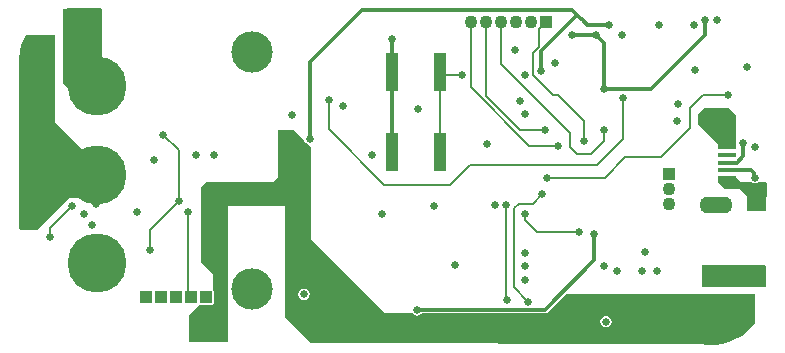
<source format=gbr>
%TF.GenerationSoftware,Altium Limited,Altium Designer,20.2.6 (244)*%
G04 Layer_Physical_Order=4*
G04 Layer_Color=16711680*
%FSLAX45Y45*%
%MOMM*%
%TF.SameCoordinates,5B1E47F8-7F56-49C7-AB48-EE235D2752C7*%
%TF.FilePolarity,Positive*%
%TF.FileFunction,Copper,L4,Bot,Signal*%
%TF.Part,Single*%
G01*
G75*
%TA.AperFunction,Conductor*%
%ADD43C,0.20000*%
%ADD44C,0.30000*%
%ADD45C,0.35000*%
%TA.AperFunction,ComponentPad*%
%ADD48C,3.50000*%
%ADD49C,1.10000*%
%ADD50R,1.10000X1.10000*%
G04:AMPARAMS|DCode=51|XSize=1.1mm|YSize=1.1mm|CornerRadius=0.275mm|HoleSize=0mm|Usage=FLASHONLY|Rotation=270.000|XOffset=0mm|YOffset=0mm|HoleType=Round|Shape=RoundedRectangle|*
%AMROUNDEDRECTD51*
21,1,1.10000,0.55000,0,0,270.0*
21,1,0.55000,1.10000,0,0,270.0*
1,1,0.55000,-0.27500,-0.27500*
1,1,0.55000,-0.27500,0.27500*
1,1,0.55000,0.27500,0.27500*
1,1,0.55000,0.27500,-0.27500*
%
%ADD51ROUNDEDRECTD51*%
G04:AMPARAMS|DCode=52|XSize=1.1mm|YSize=1.1mm|CornerRadius=0.1375mm|HoleSize=0mm|Usage=FLASHONLY|Rotation=270.000|XOffset=0mm|YOffset=0mm|HoleType=Round|Shape=RoundedRectangle|*
%AMROUNDEDRECTD52*
21,1,1.10000,0.82500,0,0,270.0*
21,1,0.82500,1.10000,0,0,270.0*
1,1,0.27500,-0.41250,-0.41250*
1,1,0.27500,-0.41250,0.41250*
1,1,0.27500,0.41250,0.41250*
1,1,0.27500,0.41250,-0.41250*
%
%ADD52ROUNDEDRECTD52*%
%ADD53O,2.80000X1.40000*%
%ADD54R,1.10000X1.10000*%
%TA.AperFunction,ViaPad*%
%ADD55C,0.65000*%
%TA.AperFunction,SMDPad,CuDef*%
%ADD56R,2.70000X1.80000*%
%ADD57R,1.00000X3.20000*%
%ADD58R,1.50000X0.40000*%
%ADD59C,5.00000*%
G36*
X730000Y2867172D02*
Y2070000D01*
X590000Y2050000D01*
X400000Y2240000D01*
Y2867481D01*
X457532Y2875270D01*
X487907Y2875378D01*
X487908Y2875378D01*
X599828Y2875660D01*
X599844Y2875663D01*
X599860Y2875660D01*
X688195Y2875995D01*
X688200Y2875996D01*
X688206Y2875995D01*
X721001Y2876134D01*
X730000Y2867172D01*
D02*
G37*
G36*
X6100000Y1970000D02*
Y1680000D01*
X5950000D01*
Y1720000D01*
X5780000Y1890000D01*
Y1980000D01*
X5830000Y2030000D01*
X6040000D01*
X6100000Y1970000D01*
D02*
G37*
G36*
X6140000Y1400000D02*
X6234366D01*
X6241466Y1395256D01*
X6260000Y1391569D01*
X6278534Y1395256D01*
X6285634Y1400000D01*
X6348799D01*
X6357760Y1391001D01*
X6356781Y1160000D01*
X6190000D01*
Y1280000D01*
X6130000Y1340000D01*
X6010000D01*
X5950000Y1400000D01*
Y1450000D01*
X6090000D01*
X6140000Y1400000D01*
D02*
G37*
G36*
X330000Y1910000D02*
X560000Y1680000D01*
X780000D01*
X809319Y1279302D01*
X800673Y1270000D01*
X450000D01*
X180000Y1000000D01*
X37416D01*
X28455Y1009000D01*
X30373Y1462086D01*
X30352Y1462194D01*
X30373Y1462302D01*
X27210Y2209373D01*
X27208Y2209381D01*
X27210Y2209389D01*
X26667Y2321759D01*
X26664Y2321775D01*
X26667Y2321792D01*
X26129Y2409644D01*
X25980Y2440047D01*
X33627Y2500370D01*
X49089Y2559176D01*
X72102Y2615461D01*
X91838Y2650000D01*
X330000D01*
Y1910000D01*
D02*
G37*
G36*
X6354031Y691765D02*
X6354777Y687300D01*
X6354371Y575820D01*
X6354374Y575803D01*
X6354371Y575787D01*
X6354216Y510000D01*
X5810000D01*
Y700000D01*
X6345831D01*
X6354031Y691765D01*
D02*
G37*
G36*
X2444442Y1755558D02*
X2445256Y1751466D01*
X2455755Y1735754D01*
X2471466Y1725256D01*
X2475558Y1724442D01*
X2500000Y1700000D01*
Y920000D01*
X3130000Y290000D01*
X3362918D01*
X3365755Y285755D01*
X3381466Y275256D01*
X3400000Y271569D01*
X3418534Y275256D01*
X3434246Y285755D01*
X3436690Y289412D01*
X4479999D01*
X4480000Y289412D01*
X4482955Y290000D01*
X4500000D01*
X4660000Y450000D01*
X6260000D01*
Y209530D01*
X6238612Y181895D01*
X6195435Y139082D01*
X6147034Y102275D01*
X6094242Y72108D01*
X6037958Y49094D01*
X5979154Y33630D01*
X5918830Y25981D01*
X5888429Y26128D01*
X5776538Y26794D01*
X5776522Y26791D01*
X5776506Y26795D01*
X5688171Y27209D01*
X5688165Y27208D01*
X5688160Y27209D01*
X2499281Y40719D01*
X2280000Y260000D01*
Y1200000D01*
X1800000D01*
Y52681D01*
X1791000Y43720D01*
X1470000Y45080D01*
Y280000D01*
X1554418Y364418D01*
X1558533Y361668D01*
X1569750Y359437D01*
X1652250D01*
X1663468Y361668D01*
X1672978Y368022D01*
X1679332Y377532D01*
X1681563Y388750D01*
Y471250D01*
X1679332Y482467D01*
X1672978Y491977D01*
X1670000Y493967D01*
Y620000D01*
X1570000Y720000D01*
Y1360000D01*
X1610000Y1400000D01*
X2180000D01*
X2220000Y1440000D01*
Y1840000D01*
X2360000D01*
X2444442Y1755558D01*
D02*
G37*
%LPC*%
G36*
X2440000Y498431D02*
X2421466Y494744D01*
X2405754Y484246D01*
X2395256Y468534D01*
X2391569Y450000D01*
X2395256Y431466D01*
X2405754Y415755D01*
X2421466Y405256D01*
X2440000Y401569D01*
X2458534Y405256D01*
X2474245Y415755D01*
X2484744Y431466D01*
X2488431Y450000D01*
X2484744Y468534D01*
X2474245Y484246D01*
X2458534Y494744D01*
X2440000Y498431D01*
D02*
G37*
G36*
X5000000Y268431D02*
X4981466Y264744D01*
X4965754Y254246D01*
X4955256Y238534D01*
X4951569Y220000D01*
X4955256Y201466D01*
X4965754Y185755D01*
X4981466Y175256D01*
X5000000Y171569D01*
X5018534Y175256D01*
X5034245Y185755D01*
X5044744Y201466D01*
X5048431Y220000D01*
X5044744Y238534D01*
X5034245Y254246D01*
X5018534Y264744D01*
X5000000Y268431D01*
D02*
G37*
%LPD*%
D43*
X1460000Y454000D02*
X1484000Y430000D01*
X1460000Y454000D02*
Y1150000D01*
X1457000Y1147000D02*
X1460000Y1150000D01*
X4380000Y2310000D02*
Y2496568D01*
X4430000Y2546568D01*
Y2699000D01*
X4110000Y2400000D02*
Y2760000D01*
X4430000Y2699000D02*
X4491000Y2760000D01*
X4550000Y2140000D02*
X4590000D01*
X4380000Y2310000D02*
X4550000Y2140000D01*
X4810000Y1750000D02*
Y1920000D01*
X4590000Y2140000D02*
X4810000Y1920000D01*
X3983000Y2127000D02*
X4270000Y1840000D01*
X3983000Y2127000D02*
Y2760000D01*
X4270000Y1840000D02*
X4480000D01*
X3856000Y2204503D02*
X4350503Y1710000D01*
X3856000Y2204503D02*
Y2760000D01*
X4350503Y1710000D02*
X4590000D01*
X4220000Y510000D02*
Y1180000D01*
X4380000Y1220000D02*
X4460000Y1300000D01*
X4220000Y1180000D02*
X4260000Y1220000D01*
X4155000Y405000D02*
X4160000Y400000D01*
X4260000Y1220000D02*
X4380000D01*
X4220000Y510000D02*
X4340000Y390000D01*
X4110000Y2400000D02*
X4690000Y1820000D01*
Y1700000D02*
X4750000Y1640000D01*
X4690000Y1700000D02*
Y1820000D01*
X4750000Y1640000D02*
X4870000D01*
X4980000Y1750000D02*
Y1840000D01*
X4870000Y1640000D02*
X4980000Y1750000D01*
X3590000Y2335026D02*
X3615026Y2310000D01*
X3780000D01*
X3590000Y1655025D02*
Y2335026D01*
X4155000Y405000D02*
Y1205000D01*
X4150000Y1210000D02*
X4155000Y1205000D01*
X290000Y1010000D02*
X480000Y1200000D01*
X290000Y940000D02*
Y1010000D01*
X1140000Y1000000D02*
X1380000Y1240000D01*
X1140000Y830000D02*
Y1000000D01*
X1250000Y1800000D02*
X1380000Y1670000D01*
Y1240000D02*
Y1670000D01*
X4410000Y980000D02*
X4770000D01*
X2650000Y1850000D02*
Y2100000D01*
Y1850000D02*
X3120000Y1380000D01*
X3680000D01*
X3850000Y1550000D02*
X4920000D01*
X3680000Y1380000D02*
X3850000Y1550000D01*
X5140000Y1770000D02*
Y2110000D01*
X4920000Y1550000D02*
X5140000Y1770000D01*
X4500000Y1440000D02*
X4990000D01*
X5160000Y1610000D01*
X5460000D01*
X5710000Y1860000D02*
Y2030000D01*
X5460000Y1610000D02*
X5710000Y1860000D01*
X5820000Y2140000D02*
X6030000D01*
X5710000Y2030000D02*
X5820000Y2140000D01*
X4310000Y1080000D02*
Y1130000D01*
Y1080000D02*
X4410000Y980000D01*
D44*
X4710000Y2650000D02*
X4910000D01*
X4980000Y2190000D02*
Y2580000D01*
X4910000Y2650000D02*
X4980000Y2580000D01*
X4710000Y2860000D02*
X4755000Y2815000D01*
X4450000Y2340000D02*
Y2510000D01*
X4755000Y2815000D01*
X4780000Y2790000D01*
X4800000Y2770000D01*
X3190000Y2335026D02*
Y2610000D01*
X4800000Y2770000D02*
X4840000Y2730000D01*
X2490000Y1770000D02*
Y2420000D01*
X2930000Y2860000D01*
X4710000D01*
X4840000Y2730000D02*
X5020000D01*
X4480000Y320000D02*
X4900000Y740000D01*
X3400000Y320000D02*
X4480000D01*
X3190000Y1655025D02*
Y2335026D01*
X4900000Y740000D02*
Y960000D01*
X5840000Y2650000D02*
Y2770000D01*
X5380000Y2190000D02*
X5840000Y2650000D01*
X4980000Y2190000D02*
X5380000D01*
D45*
X6160000Y1620000D02*
Y1730000D01*
X6107500Y1567500D02*
X6160000Y1620000D01*
X6020000Y1565000D02*
X6022500Y1567500D01*
X6107500D01*
X6228787Y1500000D02*
X6254260Y1474527D01*
X6020000Y1500000D02*
X6228787D01*
X6254260Y1445740D02*
Y1474527D01*
Y1445740D02*
X6260000Y1440000D01*
D48*
X2000000Y2500000D02*
D03*
Y500000D02*
D03*
D49*
X3856000Y2760000D02*
D03*
X3983000D02*
D03*
X4110000D02*
D03*
X4237000D02*
D03*
X4364000D02*
D03*
X5530000Y1213000D02*
D03*
Y1340000D02*
D03*
D50*
X4491000Y2760000D02*
D03*
D51*
X1103000Y430000D02*
D03*
X1230000D02*
D03*
X1357000D02*
D03*
X1484000D02*
D03*
D52*
X1611000D02*
D03*
D53*
X5931000Y1207500D02*
D03*
Y1922500D02*
D03*
D54*
X5530000Y1467000D02*
D03*
D55*
X1460000Y1150000D02*
D03*
X4910000Y2650000D02*
D03*
X4710000D02*
D03*
X570000Y2710000D02*
D03*
X460000D02*
D03*
X570000Y2810000D02*
D03*
X460000D02*
D03*
X550000Y2600000D02*
D03*
X450000Y2510000D02*
D03*
Y2600000D02*
D03*
X6310000Y658431D02*
D03*
X6200000D02*
D03*
X6310000Y570000D02*
D03*
X6205684Y562699D02*
D03*
X3190000Y2610000D02*
D03*
X4570000Y2412500D02*
D03*
X1530000Y1630000D02*
D03*
X1680000D02*
D03*
X2340000Y1970000D02*
D03*
X4450000Y2340000D02*
D03*
X4310000Y1980000D02*
D03*
X4270000Y2090000D02*
D03*
X4230000Y2520000D02*
D03*
X4310000Y570000D02*
D03*
Y690000D02*
D03*
Y800000D02*
D03*
X4980000Y690000D02*
D03*
X5090000Y650000D02*
D03*
X5300000D02*
D03*
X5430000D02*
D03*
X6200000Y340000D02*
D03*
X6130000Y220000D02*
D03*
X6020000Y170000D02*
D03*
X6260000Y1700000D02*
D03*
Y1440000D02*
D03*
X6160000Y1730000D02*
D03*
X3410000Y2020000D02*
D03*
X3990000Y1720000D02*
D03*
X160000Y2560000D02*
D03*
Y2300000D02*
D03*
Y2040000D02*
D03*
Y1780000D02*
D03*
Y1520000D02*
D03*
Y1290000D02*
D03*
X190000Y1110000D02*
D03*
X650000Y1040000D02*
D03*
X580000Y1130000D02*
D03*
X680000Y1220000D02*
D03*
X690000Y1360000D02*
D03*
X520000Y710000D02*
D03*
X1550000Y130000D02*
D03*
X1710000D02*
D03*
Y240000D02*
D03*
X1550000D02*
D03*
X2380000Y1690000D02*
D03*
X2280000Y1620000D02*
D03*
X2310000Y1770000D02*
D03*
X4160000Y400000D02*
D03*
X3400000Y320000D02*
D03*
X6270000Y1220000D02*
D03*
Y1330000D02*
D03*
X6190000Y2380000D02*
D03*
X4980000Y1840000D02*
D03*
X4810000Y1750000D02*
D03*
X4590000Y1710000D02*
D03*
X4480000Y1840000D02*
D03*
X3780000Y2310000D02*
D03*
X3020000Y1630000D02*
D03*
X3540000Y1200000D02*
D03*
X3100000Y1130000D02*
D03*
X4060000Y1210000D02*
D03*
X4150000D02*
D03*
X690000Y580000D02*
D03*
Y710000D02*
D03*
X1030000Y1150000D02*
D03*
X290000Y940000D02*
D03*
X480000Y1200000D02*
D03*
X1140000Y830000D02*
D03*
X1380000Y1240000D02*
D03*
X1250000Y1800000D02*
D03*
X1170000Y1590000D02*
D03*
X4770000Y980000D02*
D03*
X4900000Y960000D02*
D03*
X2440000Y450000D02*
D03*
X3720000Y700000D02*
D03*
X5000000Y220000D02*
D03*
X5330000Y810000D02*
D03*
X2650000Y2100000D02*
D03*
X5140000Y2110000D02*
D03*
X4500000Y1440000D02*
D03*
X6030000Y2140000D02*
D03*
X4460000Y1300000D02*
D03*
X4340000Y390000D02*
D03*
X4310000Y1130000D02*
D03*
X5130000Y2650000D02*
D03*
X5740000Y2730000D02*
D03*
X5600000Y1920000D02*
D03*
X5610000Y2060000D02*
D03*
X4310000Y2310000D02*
D03*
X2770000Y2050000D02*
D03*
X2490000Y1770000D02*
D03*
X5020000Y2730000D02*
D03*
X5450000D02*
D03*
X5840000Y2770000D02*
D03*
X4980000Y2190000D02*
D03*
X5940000Y2770000D02*
D03*
X5750000Y2350000D02*
D03*
D56*
X5990000Y363000D02*
D03*
Y617000D02*
D03*
D57*
X3590000Y1655025D02*
D03*
Y2335026D02*
D03*
X3190000D02*
D03*
Y1655025D02*
D03*
D58*
X6020000Y1435000D02*
D03*
Y1500000D02*
D03*
Y1565000D02*
D03*
Y1630000D02*
D03*
Y1695000D02*
D03*
D59*
X692500Y712500D02*
D03*
Y1460000D02*
D03*
Y2212500D02*
D03*
%TF.MD5,83e6e14e639f9345a568ea3e0904a0c8*%
M02*

</source>
